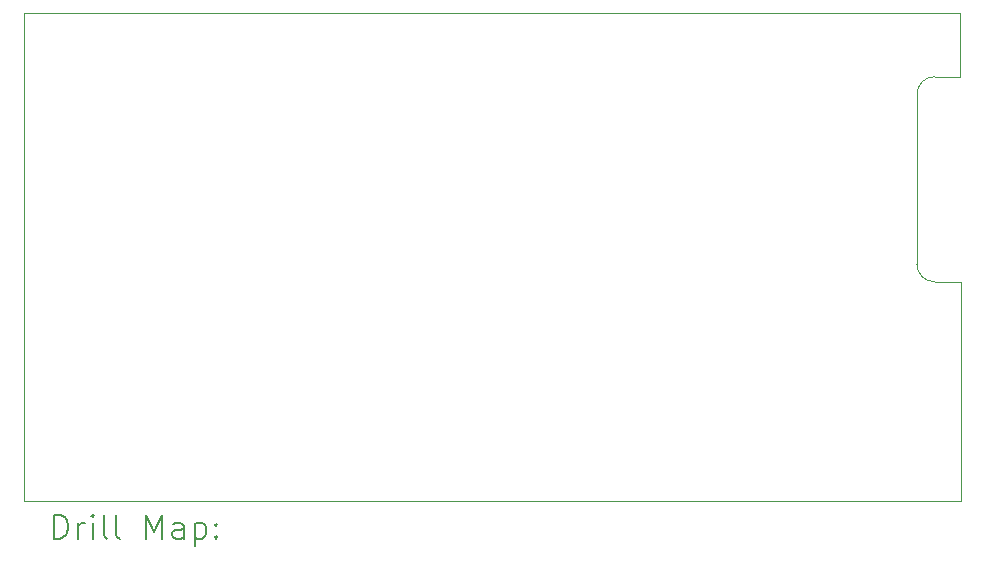
<source format=gbr>
%TF.GenerationSoftware,KiCad,Pcbnew,9.0.6*%
%TF.CreationDate,2026-01-30T17:04:59+01:00*%
%TF.ProjectId,ESP32_PWM_PCB,45535033-325f-4505-974d-5f5043422e6b,1.0*%
%TF.SameCoordinates,Original*%
%TF.FileFunction,Drillmap*%
%TF.FilePolarity,Positive*%
%FSLAX45Y45*%
G04 Gerber Fmt 4.5, Leading zero omitted, Abs format (unit mm)*
G04 Created by KiCad (PCBNEW 9.0.6) date 2026-01-30 17:04:59*
%MOMM*%
%LPD*%
G01*
G04 APERTURE LIST*
%ADD10C,0.050000*%
%ADD11C,0.200000*%
G04 APERTURE END LIST*
D10*
X18730000Y-12655000D02*
X10792500Y-12655000D01*
X18722340Y-9057640D02*
X18722340Y-8519160D01*
X18505200Y-9057640D02*
X18722340Y-9057640D01*
X18504150Y-10795000D02*
X18728690Y-10795000D01*
X18504150Y-10795000D02*
G75*
G02*
X18354150Y-10644890I0J150000D01*
G01*
X18355200Y-9207530D02*
G75*
G02*
X18505200Y-9057640I150000J-110D01*
G01*
X10792500Y-12655000D02*
X10792460Y-8519160D01*
X18728690Y-10795000D02*
X18730000Y-12655000D01*
X18354150Y-10644890D02*
X18355200Y-9207530D01*
X18722340Y-8519160D02*
X10792460Y-8519160D01*
D11*
X11050737Y-12968984D02*
X11050737Y-12768984D01*
X11050737Y-12768984D02*
X11098356Y-12768984D01*
X11098356Y-12768984D02*
X11126927Y-12778508D01*
X11126927Y-12778508D02*
X11145975Y-12797555D01*
X11145975Y-12797555D02*
X11155499Y-12816603D01*
X11155499Y-12816603D02*
X11165023Y-12854698D01*
X11165023Y-12854698D02*
X11165023Y-12883269D01*
X11165023Y-12883269D02*
X11155499Y-12921365D01*
X11155499Y-12921365D02*
X11145975Y-12940412D01*
X11145975Y-12940412D02*
X11126927Y-12959460D01*
X11126927Y-12959460D02*
X11098356Y-12968984D01*
X11098356Y-12968984D02*
X11050737Y-12968984D01*
X11250737Y-12968984D02*
X11250737Y-12835650D01*
X11250737Y-12873746D02*
X11260261Y-12854698D01*
X11260261Y-12854698D02*
X11269784Y-12845174D01*
X11269784Y-12845174D02*
X11288832Y-12835650D01*
X11288832Y-12835650D02*
X11307880Y-12835650D01*
X11374546Y-12968984D02*
X11374546Y-12835650D01*
X11374546Y-12768984D02*
X11365022Y-12778508D01*
X11365022Y-12778508D02*
X11374546Y-12788031D01*
X11374546Y-12788031D02*
X11384070Y-12778508D01*
X11384070Y-12778508D02*
X11374546Y-12768984D01*
X11374546Y-12768984D02*
X11374546Y-12788031D01*
X11498356Y-12968984D02*
X11479308Y-12959460D01*
X11479308Y-12959460D02*
X11469784Y-12940412D01*
X11469784Y-12940412D02*
X11469784Y-12768984D01*
X11603118Y-12968984D02*
X11584070Y-12959460D01*
X11584070Y-12959460D02*
X11574546Y-12940412D01*
X11574546Y-12940412D02*
X11574546Y-12768984D01*
X11831689Y-12968984D02*
X11831689Y-12768984D01*
X11831689Y-12768984D02*
X11898356Y-12911841D01*
X11898356Y-12911841D02*
X11965022Y-12768984D01*
X11965022Y-12768984D02*
X11965022Y-12968984D01*
X12145975Y-12968984D02*
X12145975Y-12864222D01*
X12145975Y-12864222D02*
X12136451Y-12845174D01*
X12136451Y-12845174D02*
X12117403Y-12835650D01*
X12117403Y-12835650D02*
X12079308Y-12835650D01*
X12079308Y-12835650D02*
X12060261Y-12845174D01*
X12145975Y-12959460D02*
X12126927Y-12968984D01*
X12126927Y-12968984D02*
X12079308Y-12968984D01*
X12079308Y-12968984D02*
X12060261Y-12959460D01*
X12060261Y-12959460D02*
X12050737Y-12940412D01*
X12050737Y-12940412D02*
X12050737Y-12921365D01*
X12050737Y-12921365D02*
X12060261Y-12902317D01*
X12060261Y-12902317D02*
X12079308Y-12892793D01*
X12079308Y-12892793D02*
X12126927Y-12892793D01*
X12126927Y-12892793D02*
X12145975Y-12883269D01*
X12241213Y-12835650D02*
X12241213Y-13035650D01*
X12241213Y-12845174D02*
X12260261Y-12835650D01*
X12260261Y-12835650D02*
X12298356Y-12835650D01*
X12298356Y-12835650D02*
X12317403Y-12845174D01*
X12317403Y-12845174D02*
X12326927Y-12854698D01*
X12326927Y-12854698D02*
X12336451Y-12873746D01*
X12336451Y-12873746D02*
X12336451Y-12930888D01*
X12336451Y-12930888D02*
X12326927Y-12949936D01*
X12326927Y-12949936D02*
X12317403Y-12959460D01*
X12317403Y-12959460D02*
X12298356Y-12968984D01*
X12298356Y-12968984D02*
X12260261Y-12968984D01*
X12260261Y-12968984D02*
X12241213Y-12959460D01*
X12422165Y-12949936D02*
X12431689Y-12959460D01*
X12431689Y-12959460D02*
X12422165Y-12968984D01*
X12422165Y-12968984D02*
X12412642Y-12959460D01*
X12412642Y-12959460D02*
X12422165Y-12949936D01*
X12422165Y-12949936D02*
X12422165Y-12968984D01*
X12422165Y-12845174D02*
X12431689Y-12854698D01*
X12431689Y-12854698D02*
X12422165Y-12864222D01*
X12422165Y-12864222D02*
X12412642Y-12854698D01*
X12412642Y-12854698D02*
X12422165Y-12845174D01*
X12422165Y-12845174D02*
X12422165Y-12864222D01*
M02*

</source>
